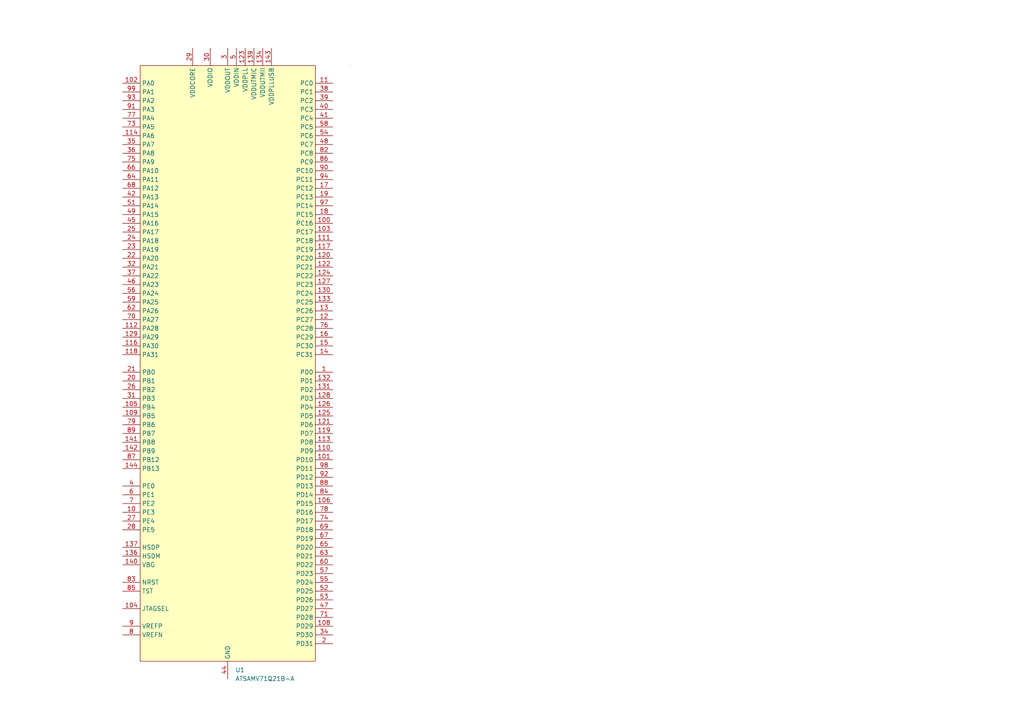
<source format=kicad_sch>
(kicad_sch (version 20231120) (generator "eeschema") (generator_version "8.0")
  (paper "A4")
  (lib_symbols
    (symbol "MCU_Microchip_SAMV:ATSAMV71Q21B-A"
      (property "Reference" "U" (at -22.86 88.9 0))
      (property "Value" "ATSAMV71Q21B-A" (at -12.7 -88.9 0))
      (symbol "ATSAMV71Q21B-A_0_1"
        (rectangle (start 25.4 86.36) (end -25.4 -86.36) (fill (type background)))
        (rectangle (start 35.56 86.36) (end 35.56 86.36))
      )
      (symbol "ATSAMV71Q21B-A_1_1"
        (pin bidirectional line (at 30.48 -2.54 180) (length 5.08) (name "PD0") (number "1"))
        (pin bidirectional line (at -30.48 -43.18 0) (length 5.08) (name "PE3") (number "10"))
        (pin bidirectional line (at 30.48 40.64 180) (length 5.08) (name "PC16") (number "100"))
        (pin bidirectional line (at 30.48 -27.94 180) (length 5.08) (name "PD10") (number "101"))
        (pin bidirectional line (at -30.48 81.28 0) (length 5.08) (name "PA0") (number "102"))
        (pin bidirectional line (at 30.48 38.1 180) (length 5.08) (name "PC17") (number "103"))
        (pin input line (at -30.48 -71.12 0) (length 5.08) (name "JTAGSEL") (number "104"))
        (pin bidirectional line (at -30.48 -12.7 0) (length 5.08) (name "PB4") (number "105"))
        (pin bidirectional line (at 30.48 -40.64 180) (length 5.08) (name "PD15") (number "106"))
        (pin passive line (at -10.16 91.44 270) (length 5.08) hide (name "VDDCORE") (number "107"))
        (pin bidirectional line (at 30.48 -76.2 180) (length 5.08) (name "PD29") (number "108"))
        (pin bidirectional line (at -30.48 -15.24 0) (length 5.08) (name "PB5") (number "109"))
        (pin bidirectional line (at 30.48 81.28 180) (length 5.08) (name "PC0") (number "11"))
        (pin bidirectional line (at 30.48 -25.4 180) (length 5.08) (name "PD9") (number "110"))
        (pin bidirectional line (at 30.48 35.56 180) (length 5.08) (name "PC18") (number "111"))
        (pin bidirectional line (at -30.48 10.16 0) (length 5.08) (name "PA28") (number "112"))
        (pin bidirectional line (at 30.48 -22.86 180) (length 5.08) (name "PD8") (number "113"))
        (pin bidirectional line (at -30.48 66.04 0) (length 5.08) (name "PA6") (number "114"))
        (pin passive line (at 0 -91.44 90) (length 5.08) hide (name "GND") (number "115"))
        (pin bidirectional line (at -30.48 5.08 0) (length 5.08) (name "PA30") (number "116"))
        (pin bidirectional line (at 30.48 33.02 180) (length 5.08) (name "PC19") (number "117"))
        (pin bidirectional line (at -30.48 2.54 0) (length 5.08) (name "PA31") (number "118"))
        (pin bidirectional line (at 30.48 -20.32 180) (length 5.08) (name "PD7") (number "119"))
        (pin bidirectional line (at 30.48 12.7 180) (length 5.08) (name "PC27") (number "12"))
        (pin bidirectional line (at 30.48 30.48 180) (length 5.08) (name "PC20") (number "120"))
        (pin bidirectional line (at 30.48 -17.78 180) (length 5.08) (name "PD6") (number "121"))
        (pin bidirectional line (at 30.48 27.94 180) (length 5.08) (name "PC21") (number "122"))
        (pin power_in line (at 5.08 91.44 270) (length 5.08) (name "VDDPLL") (number "123"))
        (pin bidirectional line (at 30.48 25.4 180) (length 5.08) (name "PC22") (number "124"))
        (pin bidirectional line (at 30.48 -15.24 180) (length 5.08) (name "PD5") (number "125"))
        (pin bidirectional line (at 30.48 -12.7 180) (length 5.08) (name "PD4") (number "126"))
        (pin bidirectional line (at 30.48 22.86 180) (length 5.08) (name "PC23") (number "127"))
        (pin bidirectional line (at 30.48 -10.16 180) (length 5.08) (name "PD3") (number "128"))
        (pin bidirectional line (at -30.48 7.62 0) (length 5.08) (name "PA29") (number "129"))
        (pin bidirectional line (at 30.48 15.24 180) (length 5.08) (name "PC26") (number "13"))
        (pin bidirectional line (at 30.48 20.32 180) (length 5.08) (name "PC24") (number "130"))
        (pin bidirectional line (at 30.48 -7.62 180) (length 5.08) (name "PD2") (number "131"))
        (pin bidirectional line (at 30.48 -5.08 180) (length 5.08) (name "PD1") (number "132"))
        (pin bidirectional line (at 30.48 17.78 180) (length 5.08) (name "PC25") (number "133"))
        (pin power_in line (at 10.16 91.44 270) (length 5.08) (name "VDDUTMII") (number "134"))
        (pin passive line (at 0 -91.44 90) (length 5.08) hide (name "GND") (number "135"))
        (pin bidirectional line (at -30.48 -55.88 0) (length 5.08) (name "HSDM") (number "136"))
        (pin bidirectional line (at -30.48 -53.34 0) (length 5.08) (name "HSDP") (number "137"))
        (pin passive line (at 0 -91.44 90) (length 5.08) hide (name "GND") (number "138"))
        (pin power_in line (at 7.62 91.44 270) (length 5.08) (name "VDDUTMIC") (number "139"))
        (pin bidirectional line (at 30.48 2.54 180) (length 5.08) (name "PC31") (number "14"))
        (pin input line (at -30.48 -58.42 0) (length 5.08) (name "VBG") (number "140"))
        (pin bidirectional line (at -30.48 -22.86 0) (length 5.08) (name "PB8") (number "141"))
        (pin bidirectional line (at -30.48 -25.4 0) (length 5.08) (name "PB9") (number "142"))
        (pin power_in line (at 12.7 91.44 270) (length 5.08) (name "VDDPLLUSB") (number "143"))
        (pin bidirectional line (at -30.48 -30.48 0) (length 5.08) (name "PB13") (number "144"))
        (pin bidirectional line (at 30.48 5.08 180) (length 5.08) (name "PC30") (number "15"))
        (pin bidirectional line (at 30.48 7.62 180) (length 5.08) (name "PC29") (number "16"))
        (pin bidirectional line (at 30.48 50.8 180) (length 5.08) (name "PC12") (number "17"))
        (pin bidirectional line (at 30.48 43.18 180) (length 5.08) (name "PC15") (number "18"))
        (pin bidirectional line (at 30.48 48.26 180) (length 5.08) (name "PC13") (number "19"))
        (pin bidirectional line (at 30.48 -81.28 180) (length 5.08) (name "PD31") (number "2"))
        (pin bidirectional line (at -30.48 -5.08 0) (length 5.08) (name "PB1") (number "20"))
        (pin bidirectional line (at -30.48 -2.54 0) (length 5.08) (name "PB0") (number "21"))
        (pin bidirectional line (at -30.48 30.48 0) (length 5.08) (name "PA20") (number "22"))
        (pin bidirectional line (at -30.48 33.02 0) (length 5.08) (name "PA19") (number "23"))
        (pin bidirectional line (at -30.48 35.56 0) (length 5.08) (name "PA18") (number "24"))
        (pin bidirectional line (at -30.48 38.1 0) (length 5.08) (name "PA17") (number "25"))
        (pin bidirectional line (at -30.48 -7.62 0) (length 5.08) (name "PB2") (number "26"))
        (pin bidirectional line (at -30.48 -45.72 0) (length 5.08) (name "PE4") (number "27"))
        (pin bidirectional line (at -30.48 -48.26 0) (length 5.08) (name "PE5") (number "28"))
        (pin power_in line (at -10.16 91.44 270) (length 5.08) (name "VDDCORE") (number "29"))
        (pin power_in line (at 0 91.44 270) (length 5.08) (name "VDDOUT") (number "3"))
        (pin power_in line (at -5.08 91.44 270) (length 5.08) (name "VDDIO") (number "30"))
        (pin bidirectional line (at -30.48 -10.16 0) (length 5.08) (name "PB3") (number "31"))
        (pin bidirectional line (at -30.48 27.94 0) (length 5.08) (name "PA21") (number "32"))
        (pin passive line (at -10.16 91.44 270) (length 5.08) hide (name "VDDCORE") (number "33"))
        (pin bidirectional line (at 30.48 -78.74 180) (length 5.08) (name "PD30") (number "34"))
        (pin bidirectional line (at -30.48 63.5 0) (length 5.08) (name "PA7") (number "35"))
        (pin bidirectional line (at -30.48 60.96 0) (length 5.08) (name "PA8") (number "36"))
        (pin bidirectional line (at -30.48 25.4 0) (length 5.08) (name "PA22") (number "37"))
        (pin bidirectional line (at 30.48 78.74 180) (length 5.08) (name "PC1") (number "38"))
        (pin bidirectional line (at 30.48 76.2 180) (length 5.08) (name "PC2") (number "39"))
        (pin bidirectional line (at -30.48 -35.56 0) (length 5.08) (name "PE0") (number "4"))
        (pin bidirectional line (at 30.48 73.66 180) (length 5.08) (name "PC3") (number "40"))
        (pin bidirectional line (at 30.48 71.12 180) (length 5.08) (name "PC4") (number "41"))
        (pin bidirectional line (at -30.48 48.26 0) (length 5.08) (name "PA13") (number "42"))
        (pin passive line (at -5.08 91.44 270) (length 5.08) hide (name "VDDIO") (number "43"))
        (pin power_in line (at 0 -91.44 90) (length 5.08) (name "GND") (number "44"))
        (pin bidirectional line (at -30.48 40.64 0) (length 5.08) (name "PA16") (number "45"))
        (pin bidirectional line (at -30.48 22.86 0) (length 5.08) (name "PA23") (number "46"))
        (pin bidirectional line (at 30.48 -71.12 180) (length 5.08) (name "PD27") (number "47"))
        (pin bidirectional line (at 30.48 63.5 180) (length 5.08) (name "PC7") (number "48"))
        (pin bidirectional line (at -30.48 43.18 0) (length 5.08) (name "PA15") (number "49"))
        (pin power_in line (at 2.54 91.44 270) (length 5.08) (name "VDDIN") (number "5"))
        (pin passive line (at -10.16 91.44 270) (length 5.08) hide (name "VDDCORE") (number "50"))
        (pin bidirectional line (at -30.48 45.72 0) (length 5.08) (name "PA14") (number "51"))
        (pin bidirectional line (at 30.48 -66.04 180) (length 5.08) (name "PD25") (number "52"))
        (pin bidirectional line (at 30.48 -68.58 180) (length 5.08) (name "PD26") (number "53"))
        (pin bidirectional line (at 30.48 66.04 180) (length 5.08) (name "PC6") (number "54"))
        (pin bidirectional line (at 30.48 -63.5 180) (length 5.08) (name "PD24") (number "55"))
        (pin bidirectional line (at -30.48 20.32 0) (length 5.08) (name "PA24") (number "56"))
        (pin bidirectional line (at 30.48 -60.96 180) (length 5.08) (name "PD23") (number "57"))
        (pin bidirectional line (at 30.48 68.58 180) (length 5.08) (name "PC5") (number "58"))
        (pin bidirectional line (at -30.48 17.78 0) (length 5.08) (name "PA25") (number "59"))
        (pin bidirectional line (at -30.48 -38.1 0) (length 5.08) (name "PE1") (number "6"))
        (pin bidirectional line (at 30.48 -58.42 180) (length 5.08) (name "PD22") (number "60"))
        (pin passive line (at 0 -91.44 90) (length 5.08) hide (name "GND") (number "61"))
        (pin bidirectional line (at -30.48 15.24 0) (length 5.08) (name "PA26") (number "62"))
        (pin bidirectional line (at 30.48 -55.88 180) (length 5.08) (name "PD21") (number "63"))
        (pin bidirectional line (at -30.48 53.34 0) (length 5.08) (name "PA11") (number "64"))
        (pin bidirectional line (at 30.48 -53.34 180) (length 5.08) (name "PD20") (number "65"))
        (pin bidirectional line (at -30.48 55.88 0) (length 5.08) (name "PA10") (number "66"))
        (pin bidirectional line (at 30.48 -50.8 180) (length 5.08) (name "PD19") (number "67"))
        (pin bidirectional line (at -30.48 50.8 0) (length 5.08) (name "PA12") (number "68"))
        (pin bidirectional line (at 30.48 -48.26 180) (length 5.08) (name "PD18") (number "69"))
        (pin bidirectional line (at -30.48 -40.64 0) (length 5.08) (name "PE2") (number "7"))
        (pin bidirectional line (at -30.48 12.7 0) (length 5.08) (name "PA27") (number "70"))
        (pin bidirectional line (at 30.48 -73.66 180) (length 5.08) (name "PD28") (number "71"))
        (pin passive line (at -5.08 91.44 270) (length 5.08) hide (name "VDDIO") (number "72"))
        (pin bidirectional line (at -30.48 68.58 0) (length 5.08) (name "PA5") (number "73"))
        (pin bidirectional line (at 30.48 -45.72 180) (length 5.08) (name "PD17") (number "74"))
        (pin bidirectional line (at -30.48 58.42 0) (length 5.08) (name "PA9") (number "75"))
        (pin bidirectional line (at 30.48 10.16 180) (length 5.08) (name "PC28") (number "76"))
        (pin bidirectional line (at -30.48 71.12 0) (length 5.08) (name "PA4") (number "77"))
        (pin bidirectional line (at 30.48 -43.18 180) (length 5.08) (name "PD16") (number "78"))
        (pin bidirectional line (at -30.48 -17.78 0) (length 5.08) (name "PB6") (number "79"))
        (pin bidirectional line (at -30.48 -78.74 0) (length 5.08) (name "VREFN") (number "8"))
        (pin passive line (at -5.08 91.44 270) (length 5.08) hide (name "VDDIO") (number "80"))
        (pin passive line (at -10.16 91.44 270) (length 5.08) hide (name "VDDCORE") (number "81"))
        (pin bidirectional line (at 30.48 60.96 180) (length 5.08) (name "PC8") (number "82"))
        (pin bidirectional line (at -30.48 -63.5 0) (length 5.08) (name "NRST") (number "83"))
        (pin bidirectional line (at 30.48 -38.1 180) (length 5.08) (name "PD14") (number "84"))
        (pin input line (at -30.48 -66.04 0) (length 5.08) (name "TST") (number "85"))
        (pin bidirectional line (at 30.48 58.42 180) (length 5.08) (name "PC9") (number "86"))
        (pin bidirectional line (at -30.48 -27.94 0) (length 5.08) (name "PB12") (number "87"))
        (pin bidirectional line (at 30.48 -35.56 180) (length 5.08) (name "PD13") (number "88"))
        (pin bidirectional line (at -30.48 -20.32 0) (length 5.08) (name "PB7") (number "89"))
        (pin input line (at -30.48 -76.2 0) (length 5.08) (name "VREFP") (number "9"))
        (pin bidirectional line (at 30.48 55.88 180) (length 5.08) (name "PC10") (number "90"))
        (pin bidirectional line (at -30.48 73.66 0) (length 5.08) (name "PA3") (number "91"))
        (pin bidirectional line (at 30.48 -33.02 180) (length 5.08) (name "PD12") (number "92"))
        (pin bidirectional line (at -30.48 76.2 0) (length 5.08) (name "PA2") (number "93"))
        (pin bidirectional line (at 30.48 53.34 180) (length 5.08) (name "PC11") (number "94"))
        (pin passive line (at 0 -91.44 90) (length 5.08) hide (name "GND") (number "95"))
        (pin passive line (at -5.08 91.44 270) (length 5.08) hide (name "VDDIO") (number "96"))
        (pin bidirectional line (at 30.48 45.72 180) (length 5.08) (name "PC14") (number "97"))
        (pin bidirectional line (at 30.48 -30.48 180) (length 5.08) (name "PD11") (number "98"))
        (pin bidirectional line (at -30.48 78.74 0) (length 5.08) (name "PA1") (number "99"))
      )
    )
  )
  (symbol (lib_id "MCU_Microchip_SAMV:ATSAMV71Q21B-A") (at 66.04 105.41 0) (unit 1)
    (property "Reference" "U1" (at 68.2341 194.31 0) (effects (justify left)))
    (property "Value" "ATSAMV71Q21B-A" (at 68.2341 196.85 0) (effects (justify left)))
    (property "Footprint" "Package_QFP:LQFP-144_20x20mm_P0.5mm" (effects (hide yes)))
    (property "Datasheet" "http://ww1.microchip.com/downloads/en/DeviceDoc/SAM-E70-S70-V70-V71-Family-Data-Sheet-DS60001527D.pdf" (effects (hide yes)))
    (property "Description" "SAM V71 Microchip SMART ARM Cortex-M7-based MCU, 2048K Flash, 384K SRAM, LQFP-144" (effects (hide yes)))
  )
)
</source>
